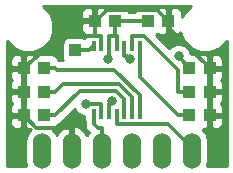
<source format=gtl>
G04 #@! TF.FileFunction,Copper,L1,Top,Signal*
%FSLAX46Y46*%
G04 Gerber Fmt 4.6, Leading zero omitted, Abs format (unit mm)*
G04 Created by KiCad (PCBNEW 4.0.1-stable) date 2016/04/10 17:27:39*
%MOMM*%
G01*
G04 APERTURE LIST*
%ADD10C,0.100000*%
%ADD11R,1.049020X1.079500*%
%ADD12R,0.347980X0.899160*%
%ADD13O,1.524000X3.048000*%
%ADD14R,0.998220X0.998220*%
%ADD15C,0.800000*%
%ADD16C,0.500000*%
%ADD17C,0.300000*%
%ADD18C,0.254000*%
G04 APERTURE END LIST*
D10*
D11*
X147626240Y-92000000D03*
X149373760Y-92000000D03*
X144873760Y-92000000D03*
X143126240Y-92000000D03*
D12*
X143051820Y-99872740D03*
X143702060Y-99872740D03*
X144352300Y-99872740D03*
X145000000Y-99872740D03*
X145647700Y-99872740D03*
X146297940Y-99872740D03*
X146948180Y-99872740D03*
X146948180Y-94127260D03*
X146297940Y-94127260D03*
X145647700Y-94127260D03*
X145000000Y-94127260D03*
X144352300Y-94127260D03*
X143702060Y-94127260D03*
X143051820Y-94127260D03*
D13*
X138650000Y-103000000D03*
X141190000Y-103000000D03*
X143730000Y-103000000D03*
X146270000Y-103000000D03*
X148810000Y-103000000D03*
X151350000Y-103000000D03*
D11*
X138873760Y-100000000D03*
X137126240Y-100000000D03*
X138873760Y-98000000D03*
X137126240Y-98000000D03*
X138873760Y-96000000D03*
X137126240Y-96000000D03*
X151126240Y-100000000D03*
X152873760Y-100000000D03*
X151126240Y-98000000D03*
X152873760Y-98000000D03*
X151126240Y-96000000D03*
X152873760Y-96000000D03*
D14*
X141500000Y-94500000D03*
D15*
X144250800Y-95236500D03*
X142355000Y-99018800D03*
X144608200Y-98762000D03*
X146101500Y-95232300D03*
X150250000Y-95000000D03*
D16*
X138650000Y-103000000D02*
X138650000Y-102159000D01*
D17*
X144874000Y-92000000D02*
X144873800Y-92000000D01*
X144873800Y-92000000D02*
X144873800Y-92944100D01*
D16*
X144874000Y-92000000D02*
X144969000Y-92000000D01*
D17*
X144969000Y-92000000D02*
X147626200Y-92000000D01*
X144352300Y-94127300D02*
X144352300Y-93273400D01*
X144873800Y-93273400D02*
X144873800Y-92944100D01*
X145000000Y-93273400D02*
X144873800Y-93273400D01*
X144873800Y-93273400D02*
X144352300Y-93273400D01*
X145000000Y-94127300D02*
X145000000Y-93273400D01*
X144352300Y-94127300D02*
X144352300Y-94981200D01*
X144250800Y-95082700D02*
X144250800Y-95236500D01*
X144352300Y-94981200D02*
X144250800Y-95082700D01*
X149373760Y-92000000D02*
X149373760Y-92500000D01*
X149373760Y-92500000D02*
X152873760Y-96000000D01*
X143455500Y-93273400D02*
X143126200Y-93250000D01*
X143702100Y-93273400D02*
X143455500Y-93273400D01*
X143702100Y-94127300D02*
X143702100Y-93273400D01*
X140182100Y-93250000D02*
X143126200Y-93250000D01*
X137126200Y-96000000D02*
X140182100Y-93250000D01*
X143126200Y-92000000D02*
X143126200Y-92472000D01*
X143126200Y-92472000D02*
X143126200Y-93250000D01*
X148429600Y-91055800D02*
X149373800Y-92000000D01*
X144170900Y-91055800D02*
X148429600Y-91055800D01*
X143126200Y-92100500D02*
X144170900Y-91055800D01*
X143126200Y-92472000D02*
X143126200Y-92100500D01*
X141190000Y-103000000D02*
X141190000Y-101071700D01*
X138197900Y-101071700D02*
X137126200Y-100000000D01*
X141190000Y-101071700D02*
X138197900Y-101071700D01*
X137126200Y-96000000D02*
X137126200Y-98000000D01*
X137126200Y-98000000D02*
X137126200Y-100000000D01*
X152873800Y-96000000D02*
X152873800Y-98000000D01*
X152873800Y-98000000D02*
X152873800Y-100000000D01*
X143396900Y-101071700D02*
X143051800Y-100726600D01*
X143730000Y-101071700D02*
X143396900Y-101071700D01*
X143730000Y-103000000D02*
X143730000Y-101071700D01*
X143051800Y-99872700D02*
X143051800Y-100726600D01*
X143702100Y-99872700D02*
X143702100Y-99018800D01*
X143702100Y-99018800D02*
X142355000Y-99018800D01*
X144352300Y-99017900D02*
X144608200Y-98762000D01*
X144352300Y-99872700D02*
X144352300Y-99017900D01*
D16*
X151350000Y-103000000D02*
X151350000Y-102766000D01*
D17*
X149310600Y-100726600D02*
X151350000Y-102766000D01*
X145000000Y-100726600D02*
X149310600Y-100726600D01*
X145000000Y-99872700D02*
X145000000Y-100726600D01*
X138873800Y-100000000D02*
X139802600Y-100000000D01*
X141885800Y-97916800D02*
X139802600Y-100000000D01*
X144949300Y-97916800D02*
X141885800Y-97916800D01*
X145647700Y-98615200D02*
X144949300Y-97916800D01*
X145647700Y-99872700D02*
X145647700Y-98615200D01*
X138873800Y-98000000D02*
X139802600Y-98000000D01*
X140473000Y-97329600D02*
X139802600Y-98000000D01*
X145157100Y-97329600D02*
X140473000Y-97329600D01*
X146297900Y-98470400D02*
X145157100Y-97329600D01*
X146297900Y-99872700D02*
X146297900Y-98470400D01*
X138873800Y-96000000D02*
X139802600Y-96000000D01*
X139921700Y-96119100D02*
X139802600Y-96000000D01*
X144782200Y-96119100D02*
X139921700Y-96119100D01*
X146948200Y-98285100D02*
X144782200Y-96119100D01*
X146948200Y-99872700D02*
X146948200Y-98285100D01*
X146948200Y-96750800D02*
X150197400Y-100000000D01*
X146948200Y-94127300D02*
X146948200Y-96750800D01*
X151126200Y-100000000D02*
X150197400Y-100000000D01*
X150197400Y-96177900D02*
X150197400Y-98000000D01*
X147292900Y-93273400D02*
X150197400Y-96177900D01*
X146297900Y-93273400D02*
X147292900Y-93273400D01*
X146297900Y-94127300D02*
X146297900Y-93273400D01*
X151126200Y-98000000D02*
X150197400Y-98000000D01*
X151126200Y-96000000D02*
X151126240Y-96000000D01*
X150531000Y-95281000D02*
X151126240Y-96000000D01*
X150250000Y-95000000D02*
X150531000Y-95281000D01*
X145647700Y-94127300D02*
X145647700Y-94981200D01*
X145850400Y-94981200D02*
X146101500Y-95232300D01*
X145647700Y-94981200D02*
X145850400Y-94981200D01*
X141500000Y-94500000D02*
X142679080Y-94500000D01*
X142679080Y-94500000D02*
X143051820Y-94127260D01*
D18*
G36*
X150691091Y-91289041D02*
X150533270Y-91669116D01*
X150533270Y-91333940D01*
X150436597Y-91100551D01*
X150257968Y-90921923D01*
X150024579Y-90825250D01*
X149659510Y-90825250D01*
X149500760Y-90984000D01*
X149500760Y-91873000D01*
X149520760Y-91873000D01*
X149520760Y-92127000D01*
X149500760Y-92127000D01*
X149500760Y-93016000D01*
X149659510Y-93174750D01*
X150024579Y-93174750D01*
X150257968Y-93078077D01*
X150378840Y-92957206D01*
X150688980Y-93707800D01*
X151289041Y-94308909D01*
X152073459Y-94634628D01*
X152922815Y-94635370D01*
X153707800Y-94311020D01*
X154290000Y-93729835D01*
X154290000Y-104290000D01*
X152650388Y-104290000D01*
X152747000Y-103804297D01*
X152747000Y-102195703D01*
X152640660Y-101661094D01*
X152337828Y-101207875D01*
X152288253Y-101174750D01*
X152588010Y-101174750D01*
X152746760Y-101016000D01*
X152746760Y-100127000D01*
X153000760Y-100127000D01*
X153000760Y-101016000D01*
X153159510Y-101174750D01*
X153524579Y-101174750D01*
X153757968Y-101078077D01*
X153936597Y-100899449D01*
X154033270Y-100666060D01*
X154033270Y-100285750D01*
X153874520Y-100127000D01*
X153000760Y-100127000D01*
X152746760Y-100127000D01*
X152726760Y-100127000D01*
X152726760Y-99873000D01*
X152746760Y-99873000D01*
X152746760Y-98127000D01*
X153000760Y-98127000D01*
X153000760Y-99873000D01*
X153874520Y-99873000D01*
X154033270Y-99714250D01*
X154033270Y-99333940D01*
X153936597Y-99100551D01*
X153836045Y-99000000D01*
X153936597Y-98899449D01*
X154033270Y-98666060D01*
X154033270Y-98285750D01*
X153874520Y-98127000D01*
X153000760Y-98127000D01*
X152746760Y-98127000D01*
X152726760Y-98127000D01*
X152726760Y-97873000D01*
X152746760Y-97873000D01*
X152746760Y-96127000D01*
X153000760Y-96127000D01*
X153000760Y-97873000D01*
X153874520Y-97873000D01*
X154033270Y-97714250D01*
X154033270Y-97333940D01*
X153936597Y-97100551D01*
X153836045Y-97000000D01*
X153936597Y-96899449D01*
X154033270Y-96666060D01*
X154033270Y-96285750D01*
X153874520Y-96127000D01*
X153000760Y-96127000D01*
X152746760Y-96127000D01*
X152726760Y-96127000D01*
X152726760Y-95873000D01*
X152746760Y-95873000D01*
X152746760Y-94984000D01*
X153000760Y-94984000D01*
X153000760Y-95873000D01*
X153874520Y-95873000D01*
X154033270Y-95714250D01*
X154033270Y-95333940D01*
X153936597Y-95100551D01*
X153757968Y-94921923D01*
X153524579Y-94825250D01*
X153159510Y-94825250D01*
X153000760Y-94984000D01*
X152746760Y-94984000D01*
X152588010Y-94825250D01*
X152222941Y-94825250D01*
X151989552Y-94921923D01*
X151988791Y-94922684D01*
X151902640Y-94863819D01*
X151650750Y-94812810D01*
X151285163Y-94812810D01*
X151285179Y-94795029D01*
X151127942Y-94414485D01*
X150837046Y-94123081D01*
X150456777Y-93965180D01*
X150045029Y-93964821D01*
X149664485Y-94122058D01*
X149457920Y-94328262D01*
X148290544Y-93160886D01*
X148386067Y-93142912D01*
X148488484Y-93077009D01*
X148489552Y-93078077D01*
X148722941Y-93174750D01*
X149088010Y-93174750D01*
X149246760Y-93016000D01*
X149246760Y-92127000D01*
X149226760Y-92127000D01*
X149226760Y-91873000D01*
X149246760Y-91873000D01*
X149246760Y-90984000D01*
X149088010Y-90825250D01*
X148722941Y-90825250D01*
X148489552Y-90921923D01*
X148488791Y-90922684D01*
X148402640Y-90863819D01*
X148150750Y-90812810D01*
X147101730Y-90812810D01*
X146866413Y-90857088D01*
X146650289Y-90996160D01*
X146505299Y-91208360D01*
X146503954Y-91215000D01*
X145995040Y-91215000D01*
X145862360Y-91008809D01*
X145650160Y-90863819D01*
X145398270Y-90812810D01*
X144349250Y-90812810D01*
X144113933Y-90857088D01*
X144011516Y-90922991D01*
X144010448Y-90921923D01*
X143777059Y-90825250D01*
X143411990Y-90825250D01*
X143253240Y-90984000D01*
X143253240Y-91873000D01*
X143273240Y-91873000D01*
X143273240Y-92127000D01*
X143253240Y-92127000D01*
X143253240Y-92147000D01*
X142999240Y-92147000D01*
X142999240Y-92127000D01*
X142125480Y-92127000D01*
X141966730Y-92285750D01*
X141966730Y-92666060D01*
X142063403Y-92899449D01*
X142242032Y-93078077D01*
X142475421Y-93174750D01*
X142486748Y-93174750D01*
X142426389Y-93213590D01*
X142281660Y-93425408D01*
X142251000Y-93404459D01*
X141999110Y-93353450D01*
X141000890Y-93353450D01*
X140765573Y-93397728D01*
X140549449Y-93536800D01*
X140404459Y-93749000D01*
X140353450Y-94000890D01*
X140353450Y-94999110D01*
X140397728Y-95234427D01*
X140461866Y-95334100D01*
X140191823Y-95334100D01*
X140103007Y-95274755D01*
X140007222Y-95255702D01*
X140001432Y-95224933D01*
X139862360Y-95008809D01*
X139650160Y-94863819D01*
X139398270Y-94812810D01*
X138349250Y-94812810D01*
X138113933Y-94857088D01*
X138011516Y-94922991D01*
X138010448Y-94921923D01*
X137777059Y-94825250D01*
X137411990Y-94825250D01*
X137253240Y-94984000D01*
X137253240Y-95873000D01*
X137273240Y-95873000D01*
X137273240Y-96127000D01*
X137253240Y-96127000D01*
X137253240Y-97873000D01*
X137273240Y-97873000D01*
X137273240Y-98127000D01*
X137253240Y-98127000D01*
X137253240Y-99873000D01*
X137273240Y-99873000D01*
X137273240Y-100127000D01*
X137253240Y-100127000D01*
X137253240Y-101016000D01*
X137411990Y-101174750D01*
X137711747Y-101174750D01*
X137662172Y-101207875D01*
X137359340Y-101661094D01*
X137253000Y-102195703D01*
X137253000Y-103804297D01*
X137349612Y-104290000D01*
X135710000Y-104290000D01*
X135710000Y-100285750D01*
X135966730Y-100285750D01*
X135966730Y-100666060D01*
X136063403Y-100899449D01*
X136242032Y-101078077D01*
X136475421Y-101174750D01*
X136840490Y-101174750D01*
X136999240Y-101016000D01*
X136999240Y-100127000D01*
X136125480Y-100127000D01*
X135966730Y-100285750D01*
X135710000Y-100285750D01*
X135710000Y-98285750D01*
X135966730Y-98285750D01*
X135966730Y-98666060D01*
X136063403Y-98899449D01*
X136163955Y-99000000D01*
X136063403Y-99100551D01*
X135966730Y-99333940D01*
X135966730Y-99714250D01*
X136125480Y-99873000D01*
X136999240Y-99873000D01*
X136999240Y-98127000D01*
X136125480Y-98127000D01*
X135966730Y-98285750D01*
X135710000Y-98285750D01*
X135710000Y-96285750D01*
X135966730Y-96285750D01*
X135966730Y-96666060D01*
X136063403Y-96899449D01*
X136163955Y-97000000D01*
X136063403Y-97100551D01*
X135966730Y-97333940D01*
X135966730Y-97714250D01*
X136125480Y-97873000D01*
X136999240Y-97873000D01*
X136999240Y-96127000D01*
X136125480Y-96127000D01*
X135966730Y-96285750D01*
X135710000Y-96285750D01*
X135710000Y-95333940D01*
X135966730Y-95333940D01*
X135966730Y-95714250D01*
X136125480Y-95873000D01*
X136999240Y-95873000D01*
X136999240Y-94984000D01*
X136840490Y-94825250D01*
X136475421Y-94825250D01*
X136242032Y-94921923D01*
X136063403Y-95100551D01*
X135966730Y-95333940D01*
X135710000Y-95333940D01*
X135710000Y-93728857D01*
X136289041Y-94308909D01*
X137073459Y-94634628D01*
X137922815Y-94635370D01*
X138707800Y-94311020D01*
X139308909Y-93710959D01*
X139634628Y-92926541D01*
X139635370Y-92077185D01*
X139328267Y-91333940D01*
X141966730Y-91333940D01*
X141966730Y-91714250D01*
X142125480Y-91873000D01*
X142999240Y-91873000D01*
X142999240Y-90984000D01*
X142840490Y-90825250D01*
X142475421Y-90825250D01*
X142242032Y-90921923D01*
X142063403Y-91100551D01*
X141966730Y-91333940D01*
X139328267Y-91333940D01*
X139311020Y-91292200D01*
X138729835Y-90710000D01*
X151271143Y-90710000D01*
X150691091Y-91289041D01*
X150691091Y-91289041D01*
G37*
X150691091Y-91289041D02*
X150533270Y-91669116D01*
X150533270Y-91333940D01*
X150436597Y-91100551D01*
X150257968Y-90921923D01*
X150024579Y-90825250D01*
X149659510Y-90825250D01*
X149500760Y-90984000D01*
X149500760Y-91873000D01*
X149520760Y-91873000D01*
X149520760Y-92127000D01*
X149500760Y-92127000D01*
X149500760Y-93016000D01*
X149659510Y-93174750D01*
X150024579Y-93174750D01*
X150257968Y-93078077D01*
X150378840Y-92957206D01*
X150688980Y-93707800D01*
X151289041Y-94308909D01*
X152073459Y-94634628D01*
X152922815Y-94635370D01*
X153707800Y-94311020D01*
X154290000Y-93729835D01*
X154290000Y-104290000D01*
X152650388Y-104290000D01*
X152747000Y-103804297D01*
X152747000Y-102195703D01*
X152640660Y-101661094D01*
X152337828Y-101207875D01*
X152288253Y-101174750D01*
X152588010Y-101174750D01*
X152746760Y-101016000D01*
X152746760Y-100127000D01*
X153000760Y-100127000D01*
X153000760Y-101016000D01*
X153159510Y-101174750D01*
X153524579Y-101174750D01*
X153757968Y-101078077D01*
X153936597Y-100899449D01*
X154033270Y-100666060D01*
X154033270Y-100285750D01*
X153874520Y-100127000D01*
X153000760Y-100127000D01*
X152746760Y-100127000D01*
X152726760Y-100127000D01*
X152726760Y-99873000D01*
X152746760Y-99873000D01*
X152746760Y-98127000D01*
X153000760Y-98127000D01*
X153000760Y-99873000D01*
X153874520Y-99873000D01*
X154033270Y-99714250D01*
X154033270Y-99333940D01*
X153936597Y-99100551D01*
X153836045Y-99000000D01*
X153936597Y-98899449D01*
X154033270Y-98666060D01*
X154033270Y-98285750D01*
X153874520Y-98127000D01*
X153000760Y-98127000D01*
X152746760Y-98127000D01*
X152726760Y-98127000D01*
X152726760Y-97873000D01*
X152746760Y-97873000D01*
X152746760Y-96127000D01*
X153000760Y-96127000D01*
X153000760Y-97873000D01*
X153874520Y-97873000D01*
X154033270Y-97714250D01*
X154033270Y-97333940D01*
X153936597Y-97100551D01*
X153836045Y-97000000D01*
X153936597Y-96899449D01*
X154033270Y-96666060D01*
X154033270Y-96285750D01*
X153874520Y-96127000D01*
X153000760Y-96127000D01*
X152746760Y-96127000D01*
X152726760Y-96127000D01*
X152726760Y-95873000D01*
X152746760Y-95873000D01*
X152746760Y-94984000D01*
X153000760Y-94984000D01*
X153000760Y-95873000D01*
X153874520Y-95873000D01*
X154033270Y-95714250D01*
X154033270Y-95333940D01*
X153936597Y-95100551D01*
X153757968Y-94921923D01*
X153524579Y-94825250D01*
X153159510Y-94825250D01*
X153000760Y-94984000D01*
X152746760Y-94984000D01*
X152588010Y-94825250D01*
X152222941Y-94825250D01*
X151989552Y-94921923D01*
X151988791Y-94922684D01*
X151902640Y-94863819D01*
X151650750Y-94812810D01*
X151285163Y-94812810D01*
X151285179Y-94795029D01*
X151127942Y-94414485D01*
X150837046Y-94123081D01*
X150456777Y-93965180D01*
X150045029Y-93964821D01*
X149664485Y-94122058D01*
X149457920Y-94328262D01*
X148290544Y-93160886D01*
X148386067Y-93142912D01*
X148488484Y-93077009D01*
X148489552Y-93078077D01*
X148722941Y-93174750D01*
X149088010Y-93174750D01*
X149246760Y-93016000D01*
X149246760Y-92127000D01*
X149226760Y-92127000D01*
X149226760Y-91873000D01*
X149246760Y-91873000D01*
X149246760Y-90984000D01*
X149088010Y-90825250D01*
X148722941Y-90825250D01*
X148489552Y-90921923D01*
X148488791Y-90922684D01*
X148402640Y-90863819D01*
X148150750Y-90812810D01*
X147101730Y-90812810D01*
X146866413Y-90857088D01*
X146650289Y-90996160D01*
X146505299Y-91208360D01*
X146503954Y-91215000D01*
X145995040Y-91215000D01*
X145862360Y-91008809D01*
X145650160Y-90863819D01*
X145398270Y-90812810D01*
X144349250Y-90812810D01*
X144113933Y-90857088D01*
X144011516Y-90922991D01*
X144010448Y-90921923D01*
X143777059Y-90825250D01*
X143411990Y-90825250D01*
X143253240Y-90984000D01*
X143253240Y-91873000D01*
X143273240Y-91873000D01*
X143273240Y-92127000D01*
X143253240Y-92127000D01*
X143253240Y-92147000D01*
X142999240Y-92147000D01*
X142999240Y-92127000D01*
X142125480Y-92127000D01*
X141966730Y-92285750D01*
X141966730Y-92666060D01*
X142063403Y-92899449D01*
X142242032Y-93078077D01*
X142475421Y-93174750D01*
X142486748Y-93174750D01*
X142426389Y-93213590D01*
X142281660Y-93425408D01*
X142251000Y-93404459D01*
X141999110Y-93353450D01*
X141000890Y-93353450D01*
X140765573Y-93397728D01*
X140549449Y-93536800D01*
X140404459Y-93749000D01*
X140353450Y-94000890D01*
X140353450Y-94999110D01*
X140397728Y-95234427D01*
X140461866Y-95334100D01*
X140191823Y-95334100D01*
X140103007Y-95274755D01*
X140007222Y-95255702D01*
X140001432Y-95224933D01*
X139862360Y-95008809D01*
X139650160Y-94863819D01*
X139398270Y-94812810D01*
X138349250Y-94812810D01*
X138113933Y-94857088D01*
X138011516Y-94922991D01*
X138010448Y-94921923D01*
X137777059Y-94825250D01*
X137411990Y-94825250D01*
X137253240Y-94984000D01*
X137253240Y-95873000D01*
X137273240Y-95873000D01*
X137273240Y-96127000D01*
X137253240Y-96127000D01*
X137253240Y-97873000D01*
X137273240Y-97873000D01*
X137273240Y-98127000D01*
X137253240Y-98127000D01*
X137253240Y-99873000D01*
X137273240Y-99873000D01*
X137273240Y-100127000D01*
X137253240Y-100127000D01*
X137253240Y-101016000D01*
X137411990Y-101174750D01*
X137711747Y-101174750D01*
X137662172Y-101207875D01*
X137359340Y-101661094D01*
X137253000Y-102195703D01*
X137253000Y-103804297D01*
X137349612Y-104290000D01*
X135710000Y-104290000D01*
X135710000Y-100285750D01*
X135966730Y-100285750D01*
X135966730Y-100666060D01*
X136063403Y-100899449D01*
X136242032Y-101078077D01*
X136475421Y-101174750D01*
X136840490Y-101174750D01*
X136999240Y-101016000D01*
X136999240Y-100127000D01*
X136125480Y-100127000D01*
X135966730Y-100285750D01*
X135710000Y-100285750D01*
X135710000Y-98285750D01*
X135966730Y-98285750D01*
X135966730Y-98666060D01*
X136063403Y-98899449D01*
X136163955Y-99000000D01*
X136063403Y-99100551D01*
X135966730Y-99333940D01*
X135966730Y-99714250D01*
X136125480Y-99873000D01*
X136999240Y-99873000D01*
X136999240Y-98127000D01*
X136125480Y-98127000D01*
X135966730Y-98285750D01*
X135710000Y-98285750D01*
X135710000Y-96285750D01*
X135966730Y-96285750D01*
X135966730Y-96666060D01*
X136063403Y-96899449D01*
X136163955Y-97000000D01*
X136063403Y-97100551D01*
X135966730Y-97333940D01*
X135966730Y-97714250D01*
X136125480Y-97873000D01*
X136999240Y-97873000D01*
X136999240Y-96127000D01*
X136125480Y-96127000D01*
X135966730Y-96285750D01*
X135710000Y-96285750D01*
X135710000Y-95333940D01*
X135966730Y-95333940D01*
X135966730Y-95714250D01*
X136125480Y-95873000D01*
X136999240Y-95873000D01*
X136999240Y-94984000D01*
X136840490Y-94825250D01*
X136475421Y-94825250D01*
X136242032Y-94921923D01*
X136063403Y-95100551D01*
X135966730Y-95333940D01*
X135710000Y-95333940D01*
X135710000Y-93728857D01*
X136289041Y-94308909D01*
X137073459Y-94634628D01*
X137922815Y-94635370D01*
X138707800Y-94311020D01*
X139308909Y-93710959D01*
X139634628Y-92926541D01*
X139635370Y-92077185D01*
X139328267Y-91333940D01*
X141966730Y-91333940D01*
X141966730Y-91714250D01*
X142125480Y-91873000D01*
X142999240Y-91873000D01*
X142999240Y-90984000D01*
X142840490Y-90825250D01*
X142475421Y-90825250D01*
X142242032Y-90921923D01*
X142063403Y-91100551D01*
X141966730Y-91333940D01*
X139328267Y-91333940D01*
X139311020Y-91292200D01*
X138729835Y-90710000D01*
X151271143Y-90710000D01*
X150691091Y-91289041D01*
G36*
X141477058Y-99604315D02*
X141767954Y-99895719D01*
X142148223Y-100053620D01*
X142230390Y-100053692D01*
X142230390Y-100322320D01*
X142266800Y-100515822D01*
X142266800Y-100726600D01*
X142326555Y-101027007D01*
X142496721Y-101281679D01*
X142614296Y-101399254D01*
X142449651Y-101645662D01*
X142432059Y-101586059D01*
X142088026Y-101160370D01*
X141607277Y-100898740D01*
X141533070Y-100883780D01*
X141317000Y-101006280D01*
X141317000Y-102873000D01*
X141337000Y-102873000D01*
X141337000Y-103127000D01*
X141317000Y-103127000D01*
X141317000Y-103147000D01*
X141063000Y-103147000D01*
X141063000Y-103127000D01*
X141043000Y-103127000D01*
X141043000Y-102873000D01*
X141063000Y-102873000D01*
X141063000Y-101006280D01*
X140846930Y-100883780D01*
X140772723Y-100898740D01*
X140291974Y-101160370D01*
X139947941Y-101586059D01*
X139930349Y-101645662D01*
X139637828Y-101207875D01*
X139561035Y-101156564D01*
X139633587Y-101142912D01*
X139849711Y-101003840D01*
X139994701Y-100791640D01*
X140004165Y-100744906D01*
X140103007Y-100725245D01*
X140357679Y-100555079D01*
X141427758Y-99485000D01*
X141477058Y-99604315D01*
X141477058Y-99604315D01*
G37*
X141477058Y-99604315D02*
X141767954Y-99895719D01*
X142148223Y-100053620D01*
X142230390Y-100053692D01*
X142230390Y-100322320D01*
X142266800Y-100515822D01*
X142266800Y-100726600D01*
X142326555Y-101027007D01*
X142496721Y-101281679D01*
X142614296Y-101399254D01*
X142449651Y-101645662D01*
X142432059Y-101586059D01*
X142088026Y-101160370D01*
X141607277Y-100898740D01*
X141533070Y-100883780D01*
X141317000Y-101006280D01*
X141317000Y-102873000D01*
X141337000Y-102873000D01*
X141337000Y-103127000D01*
X141317000Y-103127000D01*
X141317000Y-103147000D01*
X141063000Y-103147000D01*
X141063000Y-103127000D01*
X141043000Y-103127000D01*
X141043000Y-102873000D01*
X141063000Y-102873000D01*
X141063000Y-101006280D01*
X140846930Y-100883780D01*
X140772723Y-100898740D01*
X140291974Y-101160370D01*
X139947941Y-101586059D01*
X139930349Y-101645662D01*
X139637828Y-101207875D01*
X139561035Y-101156564D01*
X139633587Y-101142912D01*
X139849711Y-101003840D01*
X139994701Y-100791640D01*
X140004165Y-100744906D01*
X140103007Y-100725245D01*
X140357679Y-100555079D01*
X141427758Y-99485000D01*
X141477058Y-99604315D01*
M02*

</source>
